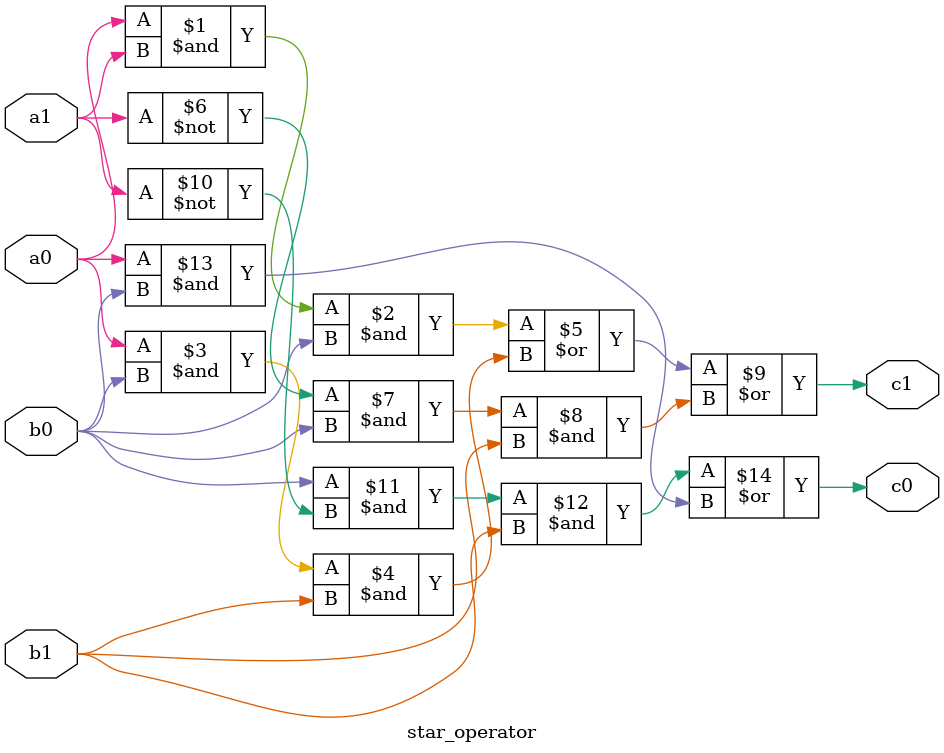
<source format=v>
module star_operator(c1, c0, b1, b0, a1, a0);
output c1, c0;
input a1, a0, b1, b0;
assign c1 = (a0 & a1 & b0) | (a0 & b0 & b1) | (~a1 & b0 & b1);
assign c0 = (b0 & ~a1 & b1) | (a0 & b0);
endmodule

</source>
